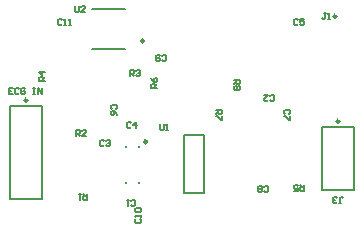
<source format=gto>
G04*
G04 #@! TF.GenerationSoftware,Altium Limited,Altium Designer,24.3.1 (35)*
G04*
G04 Layer_Color=65535*
%FSLAX44Y44*%
%MOMM*%
G71*
G04*
G04 #@! TF.SameCoordinates,D9C964B4-26AD-435A-8A32-BF43BC4377D0*
G04*
G04*
G04 #@! TF.FilePolarity,Positive*
G04*
G01*
G75*
%ADD10C,0.2500*%
%ADD11C,0.2000*%
%ADD12C,0.1270*%
D10*
X589260Y446690D02*
G03*
X589260Y446690I-1250J0D01*
G01*
X591800Y357790D02*
G03*
X591800Y357790I-1250J0D01*
G01*
X428849Y340360D02*
G03*
X428849Y340360I-1250J0D01*
G01*
X327640Y375570D02*
G03*
X327640Y375570I-1250J0D01*
G01*
X426521Y425860D02*
G03*
X426521Y425860I-1250J0D01*
G01*
D11*
X577100Y299490D02*
X604000D01*
Y353290D01*
X577100D02*
X604000D01*
X577100Y299490D02*
Y353290D01*
X459840Y296810D02*
Y345810D01*
Y296810D02*
X477420D01*
Y345810D01*
X459840D02*
X477420D01*
X312940Y291870D02*
X339840D01*
Y371070D01*
X312940D02*
X339840D01*
X312940Y291870D02*
Y371070D01*
X382240Y418610D02*
X410240D01*
X382240Y452610D02*
X410240D01*
X410810Y305570D02*
Y306570D01*
X422310Y305570D02*
Y306570D01*
Y336050D02*
Y337050D01*
X410810Y336050D02*
Y337050D01*
D12*
X580390Y449579D02*
X578697D01*
X579544D01*
Y445347D01*
X578697Y444501D01*
X577851D01*
X577004Y445347D01*
X582083Y444501D02*
X583776D01*
X582929D01*
Y449579D01*
X582083Y448733D01*
X591396Y288291D02*
X593089D01*
X592243D01*
Y292523D01*
X593089Y293369D01*
X593936D01*
X594782Y292523D01*
X589704Y289137D02*
X588857Y288291D01*
X587164D01*
X586318Y289137D01*
Y289984D01*
X587164Y290830D01*
X588011D01*
X587164D01*
X586318Y291676D01*
Y292523D01*
X587164Y293369D01*
X588857D01*
X589704Y292523D01*
X357294Y443653D02*
X356448Y444499D01*
X354755D01*
X353909Y443653D01*
Y440267D01*
X354755Y439421D01*
X356448D01*
X357294Y440267D01*
X358987Y439421D02*
X360680D01*
X359833D01*
Y444499D01*
X358987Y443653D01*
X363219Y439421D02*
X364912D01*
X364065D01*
Y444499D01*
X363219Y443653D01*
X549063Y364066D02*
X549909Y364913D01*
Y366605D01*
X549063Y367452D01*
X545677D01*
X544831Y366605D01*
Y364913D01*
X545677Y364066D01*
X549909Y362374D02*
Y358988D01*
X549063D01*
X545677Y362374D01*
X544831D01*
X367803Y455319D02*
Y451087D01*
X368650Y450241D01*
X370342D01*
X371189Y451087D01*
Y455319D01*
X376267Y450241D02*
X372882D01*
X376267Y453626D01*
Y454473D01*
X375421Y455319D01*
X373728D01*
X372882Y454473D01*
X392854Y340783D02*
X392007Y341629D01*
X390314D01*
X389468Y340783D01*
Y337397D01*
X390314Y336551D01*
X392007D01*
X392854Y337397D01*
X394546Y340783D02*
X395393Y341629D01*
X397086D01*
X397932Y340783D01*
Y339936D01*
X397086Y339090D01*
X396239D01*
X397086D01*
X397932Y338244D01*
Y337397D01*
X397086Y336551D01*
X395393D01*
X394546Y337397D01*
X415714Y356023D02*
X414867Y356869D01*
X413175D01*
X412328Y356023D01*
Y352637D01*
X413175Y351791D01*
X414867D01*
X415714Y352637D01*
X419946Y351791D02*
Y356869D01*
X417406Y354330D01*
X420792D01*
X441536Y409787D02*
X442383Y408941D01*
X444076D01*
X444922Y409787D01*
Y413173D01*
X444076Y414019D01*
X442383D01*
X441536Y413173D01*
X439844D02*
X438997Y414019D01*
X437304D01*
X436458Y413173D01*
Y409787D01*
X437304Y408941D01*
X438997D01*
X439844Y409787D01*
Y410634D01*
X438997Y411480D01*
X436458D01*
X532976Y375497D02*
X533823Y374651D01*
X535516D01*
X536362Y375497D01*
Y378883D01*
X535516Y379729D01*
X533823D01*
X532976Y378883D01*
X527898Y379729D02*
X531284D01*
X527898Y376344D01*
Y375497D01*
X528744Y374651D01*
X530437D01*
X531284Y375497D01*
X556684Y443653D02*
X555837Y444499D01*
X554145D01*
X553298Y443653D01*
Y440267D01*
X554145Y439421D01*
X555837D01*
X556684Y440267D01*
X561762Y444499D02*
X558376D01*
Y441960D01*
X560069Y442806D01*
X560916D01*
X561762Y441960D01*
Y440267D01*
X560916Y439421D01*
X559223D01*
X558376Y440267D01*
X415290Y286597D02*
X416136Y285751D01*
X417829D01*
X418676Y286597D01*
Y289983D01*
X417829Y290829D01*
X416136D01*
X415290Y289983D01*
X413597Y290829D02*
X411904D01*
X412751D01*
Y285751D01*
X413597Y286597D01*
X369148Y345441D02*
Y350519D01*
X371687D01*
X372534Y349673D01*
Y347980D01*
X371687Y347134D01*
X369148D01*
X370841D02*
X372534Y345441D01*
X377612D02*
X374226D01*
X377612Y348826D01*
Y349673D01*
X376766Y350519D01*
X375073D01*
X374226Y349673D01*
X378036Y295909D02*
Y290831D01*
X375496D01*
X374650Y291677D01*
Y293370D01*
X375496Y294216D01*
X378036D01*
X376343D02*
X374650Y295909D01*
X372957D02*
X371264D01*
X372111D01*
Y290831D01*
X372957Y291677D01*
X487681Y367452D02*
X492759D01*
Y364913D01*
X491913Y364066D01*
X490220D01*
X489374Y364913D01*
Y367452D01*
Y365759D02*
X487681Y364066D01*
X492759Y362374D02*
Y358988D01*
X491913D01*
X488527Y362374D01*
X487681D01*
X527763Y298553D02*
X528610Y297706D01*
X530302D01*
X531149Y298553D01*
Y301938D01*
X530302Y302785D01*
X528610D01*
X527763Y301938D01*
X526071Y298553D02*
X525224Y297706D01*
X523531D01*
X522685Y298553D01*
Y299399D01*
X523531Y300245D01*
X522685Y301092D01*
Y301938D01*
X523531Y302785D01*
X525224D01*
X526071Y301938D01*
Y301092D01*
X525224Y300245D01*
X526071Y299399D01*
Y298553D01*
X525224Y300245D02*
X523531D01*
X342899Y392008D02*
X337821D01*
Y394547D01*
X338667Y395394D01*
X340360D01*
X341206Y394547D01*
Y392008D01*
Y393701D02*
X342899Y395394D01*
Y399626D02*
X337821D01*
X340360Y397086D01*
Y400472D01*
X414868Y396353D02*
Y401431D01*
X417407D01*
X418254Y400585D01*
Y398892D01*
X417407Y398046D01*
X414868D01*
X416561D02*
X418254Y396353D01*
X419946Y400585D02*
X420793Y401431D01*
X422486D01*
X423332Y400585D01*
Y399739D01*
X422486Y398892D01*
X421639D01*
X422486D01*
X423332Y398046D01*
Y397199D01*
X422486Y396353D01*
X420793D01*
X419946Y397199D01*
X561762Y303641D02*
Y298563D01*
X559223D01*
X558376Y299409D01*
Y301102D01*
X559223Y301949D01*
X561762D01*
X560069D02*
X558376Y303641D01*
X553298Y298563D02*
X556684D01*
Y301102D01*
X554991Y300256D01*
X554144D01*
X553298Y301102D01*
Y302795D01*
X554144Y303641D01*
X555837D01*
X556684Y302795D01*
X403013Y367876D02*
X403859Y368723D01*
Y370415D01*
X403013Y371262D01*
X399627D01*
X398781Y370415D01*
Y368723D01*
X399627Y367876D01*
X403859Y362798D02*
X403013Y364491D01*
X401320Y366184D01*
X399627D01*
X398781Y365337D01*
Y363644D01*
X399627Y362798D01*
X400474D01*
X401320Y363644D01*
Y366184D01*
X502921Y392852D02*
X507999D01*
Y390313D01*
X507153Y389466D01*
X505460D01*
X504614Y390313D01*
Y392852D01*
Y391159D02*
X502921Y389466D01*
X507153Y387774D02*
X507999Y386927D01*
Y385234D01*
X507153Y384388D01*
X506306D01*
X505460Y385234D01*
X504614Y384388D01*
X503767D01*
X502921Y385234D01*
Y386927D01*
X503767Y387774D01*
X504614D01*
X505460Y386927D01*
X506306Y387774D01*
X507153D01*
X505460Y386927D02*
Y385234D01*
X315810Y386079D02*
X312425D01*
Y381001D01*
X315810D01*
X312425Y383540D02*
X314117D01*
X320888Y385233D02*
X320042Y386079D01*
X318349D01*
X317503Y385233D01*
Y381847D01*
X318349Y381001D01*
X320042D01*
X320888Y381847D01*
X325967Y385233D02*
X325120Y386079D01*
X323428D01*
X322581Y385233D01*
Y381847D01*
X323428Y381001D01*
X325120D01*
X325967Y381847D01*
Y383540D01*
X324274D01*
X332738Y386079D02*
X334431D01*
X333584D01*
Y381001D01*
X332738D01*
X334431D01*
X336970D02*
Y386079D01*
X340355Y381001D01*
Y386079D01*
X436991Y385658D02*
X431913D01*
Y388197D01*
X432759Y389044D01*
X434452D01*
X435299Y388197D01*
Y385658D01*
Y387351D02*
X436991Y389044D01*
X431913Y394122D02*
X432759Y392429D01*
X434452Y390736D01*
X436145D01*
X436991Y391583D01*
Y393276D01*
X436145Y394122D01*
X435299D01*
X434452Y393276D01*
Y390736D01*
X439844Y355599D02*
Y351367D01*
X440691Y350521D01*
X442384D01*
X443230Y351367D01*
Y355599D01*
X444923Y350521D02*
X446616D01*
X445769D01*
Y355599D01*
X444923Y354753D01*
X419947Y275168D02*
X419101Y274321D01*
Y272628D01*
X419947Y271782D01*
X423333D01*
X424179Y272628D01*
Y274321D01*
X423333Y275168D01*
X424179Y276860D02*
Y278553D01*
Y277707D01*
X419101D01*
X419947Y276860D01*
Y281092D02*
X419101Y281939D01*
Y283632D01*
X419947Y284478D01*
X423333D01*
X424179Y283632D01*
Y281939D01*
X423333Y281092D01*
X419947D01*
M02*

</source>
